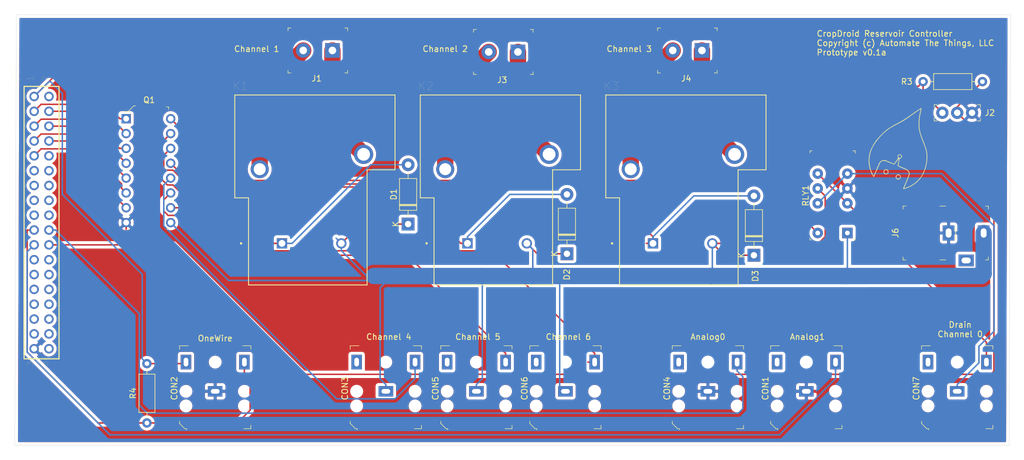
<source format=kicad_pcb>
(kicad_pcb (version 20171130) (host pcbnew 5.1.5-52549c5~84~ubuntu18.04.1)
  (title_block (title "CropDroid Reservoir") (rev v1) (company "Automate The Things, LLC") (comment 3 "License: Proprietary") (comment 4 "Author: Jeremy Hahn"))
  (layers (0 F.Cu signal) (31 B.Cu signal) (34 B.Paste user) (35 F.Paste user) (36 B.SilkS user) (37 F.SilkS user) (38 B.Mask user) (39 F.Mask user) (44 Edge.Cuts user))
  (net 0 "")
  (net 1 "Net-(CON1-Pad3)")
  (net 2 "Net-(CON1-Pad2)")
  (net 3 GND)
  (net 4 "Net-(CON2-Pad2)")
  (net 5 "Net-(CON2-Pad3)")
  (net 6 "Net-(CON3-Pad3)")
  (net 7 "Net-(CON3-Pad2)")
  (net 8 "Net-(CON4-Pad3)")
  (net 9 "Net-(CON4-Pad2)")
  (net 10 "Net-(CON5-Pad2)")
  (net 11 "Net-(CON5-Pad3)")
  (net 12 "Net-(J2-Pad2)")
  (net 13 "Net-(J4-Pad2)")
  (net 14 "Net-(J4-Pad1)")
  (net 15 "Net-(J5-Pad2)")
  (net 16 "Net-(J6-Pad3)")
  (net 17 "Net-(Q1-Pad16)")
  (net 18 "Net-(J3-Pad2)")
  (net 19 +12V)
  (net 20 "Net-(D1-Pad2)")
  (net 21 "Net-(D2-Pad2)")
  (net 22 "Net-(D3-Pad2)")
  (net 23 "Net-(J1-Pad1)")
  (net 24 "Net-(J1-Pad2)")
  (net 25 "Net-(J3-Pad1)")
  (net 26 "Net-(J5-Pad3)")
  (net 27 "Net-(J5-Pad4)")
  (net 28 "Net-(J5-Pad5)")
  (net 29 "Net-(J5-Pad6)")
  (net 30 "Net-(J5-Pad7)")
  (net 31 "Net-(J5-Pad8)")
  (net 32 "Net-(J5-Pad9)")
  (net 33 "Net-(J5-Pad10)")
  (net 34 "Net-(J5-Pad11)")
  (net 35 "Net-(J5-Pad12)")
  (net 36 "Net-(J5-Pad13)")
  (net 37 "Net-(J5-Pad14)")
  (net 38 "Net-(J5-Pad15)")
  (net 39 "Net-(J5-Pad16)")
  (net 40 "Net-(J5-Pad17)")
  (net 41 "Net-(J5-Pad18)")
  (net 42 "Net-(J5-Pad23)")
  (net 43 "Net-(J5-Pad24)")
  (net 44 "Net-(J5-Pad25)")
  (net 45 "Net-(J5-Pad26)")
  (net 46 "Net-(J5-Pad27)")
  (net 47 "Net-(J5-Pad28)")
  (net 48 "Net-(J5-Pad29)")
  (net 49 "Net-(J5-Pad30)")
  (net 50 "Net-(J5-Pad31)")
  (net 51 "Net-(J5-Pad32)")
  (net 52 "Net-(J5-Pad33)")
  (net 53 "Net-(J5-Pad34)")
  (net 54 "Net-(J5-Pad36)")
  (net 55 "Net-(CON6-Pad3)")
  (net 56 "Net-(CON6-Pad2)")
  (net 57 "Net-(CON7-Pad1)")
  (net 58 "Net-(CON7-Pad2)")
  (net 59 "Net-(CON7-Pad3)")
  (module cropdroid_logo:cropdroid_logo (layer F.Cu) (at 214.63 83.82)
    (fp_text reference G*** hide)
    (fp_text value LOGO hide)
  )
  (module Resistor_THT:R_Axial_DIN0207_L6.3mm_D2.5mm_P10.16mm_Horizontal (layer F.Cu) (at 86.106 130.81 90)
    (fp_text reference R4 (at 5.08 -2.37 90) (layer F.SilkS))
    (fp_text value 4.7k)
    (pad 2 thru_hole oval (at 10.16 0 90) (size 1.6 1.6) (drill 0.8) (layers *.Cu *.Mask) (net 5 "Net-(CON2-Pad3)"))
    (pad 1 thru_hole circle (at 0 0 90) (size 1.6 1.6) (drill 0.8) (layers *.Cu *.Mask) (net 4 "Net-(CON2-Pad2)"))
  )
  (module digikey-footprints:Headphone_Jack_3.5mm_SJ1-3523N (layer F.Cu) (at 97.79 120.396 90)
    (fp_text reference CON2 (at -4.5 -7 90) (layer F.SilkS))
    (fp_text value SJ1-3523N)
    (pad 3 thru_hole rect (at 0 -5 90) (size 2.5 1.8) (drill oval 1.5 0.8) (layers *.Cu *.Mask) (net 5 "Net-(CON2-Pad3)"))
    (pad 2 thru_hole rect (at 0 5 90) (size 2.5 1.8) (drill oval 1.5 0.8) (layers *.Cu *.Mask) (net 4 "Net-(CON2-Pad2)"))
    (pad 1 thru_hole rect (at -5 0 90) (size 1.8 2.5) (drill oval 0.8 1.5) (layers *.Cu *.Mask) (net 3 GND))
    (pad "" np_thru_hole circle (at 0 0 90) (size 1.2 1.2) (drill 1.2) (layers *.Cu *.Mask))
    (pad "" np_thru_hole circle (at -5 -5 90) (size 1.2 1.2) (drill 1.2) (layers *.Cu *.Mask))
    (pad "" np_thru_hole circle (at -7.5 -5 90) (size 1.2 1.2) (drill 1.2) (layers *.Cu *.Mask))
    (pad "" np_thru_hole circle (at -5 5 90) (size 1.2 1.2) (drill 1.2) (layers *.Cu *.Mask))
    (pad "" np_thru_hole circle (at -7.5 5 90) (size 1.2 1.2) (drill 1.2) (layers *.Cu *.Mask))
  )
  (module Resistor_THT:R_Axial_DIN0207_L6.3mm_D2.5mm_P10.16mm_Horizontal (layer F.Cu) (at 229.108 72.39 180)
    (fp_text reference R3 (at 12.954 0) (layer F.SilkS))
    (fp_text value 10k)
    (pad 2 thru_hole oval (at 10.16 0 180) (size 1.6 1.6) (drill 0.8) (layers *.Cu *.Mask) (net 5 "Net-(CON2-Pad3)"))
    (pad 1 thru_hole circle (at 0 0 180) (size 1.6 1.6) (drill 0.8) (layers *.Cu *.Mask) (net 12 "Net-(J2-Pad2)"))
  )
  (module digikey-footprints:Headphone_Jack_3.5mm_SJ1-3523N (layer F.Cu) (at 182.118 120.396 90)
    (fp_text reference CON4 (at -4.5 -7 90) (layer F.SilkS))
    (fp_text value SJ1-3523N)
    (pad "" np_thru_hole circle (at -7.5 5 90) (size 1.2 1.2) (drill 1.2) (layers *.Cu *.Mask))
    (pad "" np_thru_hole circle (at -5 5 90) (size 1.2 1.2) (drill 1.2) (layers *.Cu *.Mask))
    (pad "" np_thru_hole circle (at -7.5 -5 90) (size 1.2 1.2) (drill 1.2) (layers *.Cu *.Mask))
    (pad "" np_thru_hole circle (at -5 -5 90) (size 1.2 1.2) (drill 1.2) (layers *.Cu *.Mask))
    (pad "" np_thru_hole circle (at 0 0 90) (size 1.2 1.2) (drill 1.2) (layers *.Cu *.Mask))
    (pad 1 thru_hole rect (at -5 0 90) (size 1.8 2.5) (drill oval 0.8 1.5) (layers *.Cu *.Mask) (net 3 GND))
    (pad 2 thru_hole rect (at 0 5 90) (size 2.5 1.8) (drill oval 1.5 0.8) (layers *.Cu *.Mask) (net 9 "Net-(CON4-Pad2)"))
    (pad 3 thru_hole rect (at 0 -5 90) (size 2.5 1.8) (drill oval 1.5 0.8) (layers *.Cu *.Mask) (net 8 "Net-(CON4-Pad3)"))
  )
  (module digikey-footprints:Headphone_Jack_3.5mm_SJ1-3523N (layer F.Cu) (at 198.962 120.396 90)
    (fp_text reference CON1 (at -4.5 -7 90) (layer F.SilkS))
    (fp_text value SJ1-3523N)
    (pad "" np_thru_hole circle (at -7.5 5 90) (size 1.2 1.2) (drill 1.2) (layers *.Cu *.Mask))
    (pad "" np_thru_hole circle (at -5 5 90) (size 1.2 1.2) (drill 1.2) (layers *.Cu *.Mask))
    (pad "" np_thru_hole circle (at -7.5 -5 90) (size 1.2 1.2) (drill 1.2) (layers *.Cu *.Mask))
    (pad "" np_thru_hole circle (at -5 -5 90) (size 1.2 1.2) (drill 1.2) (layers *.Cu *.Mask))
    (pad "" np_thru_hole circle (at 0 0 90) (size 1.2 1.2) (drill 1.2) (layers *.Cu *.Mask))
    (pad 1 thru_hole rect (at -5 0 90) (size 1.8 2.5) (drill oval 0.8 1.5) (layers *.Cu *.Mask) (net 3 GND))
    (pad 2 thru_hole rect (at 0 5 90) (size 2.5 1.8) (drill oval 1.5 0.8) (layers *.Cu *.Mask) (net 2 "Net-(CON1-Pad2)"))
    (pad 3 thru_hole rect (at 0 -5 90) (size 2.5 1.8) (drill oval 1.5 0.8) (layers *.Cu *.Mask) (net 1 "Net-(CON1-Pad3)"))
  )
  (module Diode_THT:D_DO-41_SOD81_P10.16mm_Horizontal (layer F.Cu) (at 189.992 102.108 90)
    (fp_text reference D3 (at -3.556 0.254 90) (layer F.SilkS))
    (fp_text value 1N4001)
    (fp_text user K (at 0 -2.1 90) (layer F.SilkS))
    (pad 2 thru_hole oval (at 10.16 0 90) (size 2.2 2.2) (drill 1.1) (layers *.Cu *.Mask) (net 22 "Net-(D3-Pad2)"))
    (pad 1 thru_hole rect (at 0 0 90) (size 2.2 2.2) (drill 1.1) (layers *.Cu *.Mask) (net 19 +12V))
  )
  (module Diode_THT:D_DO-41_SOD81_P10.16mm_Horizontal (layer F.Cu) (at 157.988 101.854 90)
    (fp_text reference D2 (at -3.556 0 90) (layer F.SilkS))
    (fp_text value 1N4001)
    (fp_text user K (at 0 -2.1 90) (layer F.SilkS))
    (pad 2 thru_hole oval (at 10.16 0 90) (size 2.2 2.2) (drill 1.1) (layers *.Cu *.Mask) (net 21 "Net-(D2-Pad2)"))
    (pad 1 thru_hole rect (at 0 0 90) (size 2.2 2.2) (drill 1.1) (layers *.Cu *.Mask) (net 19 +12V))
  )
  (module Diode_THT:D_DO-41_SOD81_P10.16mm_Horizontal (layer F.Cu) (at 130.81 96.774 90)
    (fp_text reference D1 (at 5.08 -2.47 90) (layer F.SilkS))
    (fp_text value 1N4001)
    (fp_text user K (at 0 -2.1 90) (layer F.SilkS))
    (pad 2 thru_hole oval (at 10.16 0 90) (size 2.2 2.2) (drill 1.1) (layers *.Cu *.Mask) (net 20 "Net-(D1-Pad2)"))
    (pad 1 thru_hole rect (at 0 0 90) (size 2.2 2.2) (drill 1.1) (layers *.Cu *.Mask) (net 19 +12V))
  )
  (module digikey-footprints:Term_Block_1x2_P5mm (layer F.Cu) (at 117.856 67.056 180)
    (fp_text reference J1 (at 2.7 -4.8) (layer F.SilkS))
    (fp_text value OSTTC020162)
    (pad 1 thru_hole rect (at 0 0 180) (size 2.5 2.5) (drill 1.3) (layers *.Cu *.Mask) (net 23 "Net-(J1-Pad1)"))
    (pad 2 thru_hole circle (at 5 0 180) (size 2.5 2.5) (drill 1.3) (layers *.Cu *.Mask) (net 24 "Net-(J1-Pad2)"))
  )
  (module digikey-footprints:Headphone_Jack_3.5mm_SJ1-3523N (layer F.Cu) (at 127 120.396 90)
    (fp_text reference CON3 (at -4.5 -7 90) (layer F.SilkS))
    (fp_text value SJ1-3523N)
    (pad "" np_thru_hole circle (at -7.5 5 90) (size 1.2 1.2) (drill 1.2) (layers *.Cu *.Mask))
    (pad "" np_thru_hole circle (at -5 5 90) (size 1.2 1.2) (drill 1.2) (layers *.Cu *.Mask))
    (pad "" np_thru_hole circle (at -7.5 -5 90) (size 1.2 1.2) (drill 1.2) (layers *.Cu *.Mask))
    (pad "" np_thru_hole circle (at -5 -5 90) (size 1.2 1.2) (drill 1.2) (layers *.Cu *.Mask))
    (pad "" np_thru_hole circle (at 0 0 90) (size 1.2 1.2) (drill 1.2) (layers *.Cu *.Mask))
    (pad 1 thru_hole rect (at -5 0 90) (size 1.8 2.5) (drill oval 0.8 1.5) (layers *.Cu *.Mask) (net 19 +12V))
    (pad 2 thru_hole rect (at 0 5 90) (size 2.5 1.8) (drill oval 1.5 0.8) (layers *.Cu *.Mask) (net 7 "Net-(CON3-Pad2)"))
    (pad 3 thru_hole rect (at 0 -5 90) (size 2.5 1.8) (drill oval 1.5 0.8) (layers *.Cu *.Mask) (net 6 "Net-(CON3-Pad3)"))
  )
  (module digikey-footprints:Headphone_Jack_3.5mm_SJ1-3523N (layer F.Cu) (at 142.494 120.396 90)
    (fp_text reference CON5 (at -4.5 -7 90) (layer F.SilkS))
    (fp_text value SJ1-3523N)
    (pad 3 thru_hole rect (at 0 -5 90) (size 2.5 1.8) (drill oval 1.5 0.8) (layers *.Cu *.Mask) (net 11 "Net-(CON5-Pad3)"))
    (pad 2 thru_hole rect (at 0 5 90) (size 2.5 1.8) (drill oval 1.5 0.8) (layers *.Cu *.Mask) (net 10 "Net-(CON5-Pad2)"))
    (pad 1 thru_hole rect (at -5 0 90) (size 1.8 2.5) (drill oval 0.8 1.5) (layers *.Cu *.Mask) (net 19 +12V))
    (pad "" np_thru_hole circle (at 0 0 90) (size 1.2 1.2) (drill 1.2) (layers *.Cu *.Mask))
    (pad "" np_thru_hole circle (at -5 -5 90) (size 1.2 1.2) (drill 1.2) (layers *.Cu *.Mask))
    (pad "" np_thru_hole circle (at -7.5 -5 90) (size 1.2 1.2) (drill 1.2) (layers *.Cu *.Mask))
    (pad "" np_thru_hole circle (at -5 5 90) (size 1.2 1.2) (drill 1.2) (layers *.Cu *.Mask))
    (pad "" np_thru_hole circle (at -7.5 5 90) (size 1.2 1.2) (drill 1.2) (layers *.Cu *.Mask))
  )
  (module digikey-footprints:Headphone_Jack_3.5mm_SJ1-3523N (layer F.Cu) (at 157.734 120.396 90)
    (fp_text reference CON6 (at -4.5 -7 90) (layer F.SilkS))
    (fp_text value SJ1-3523N)
    (pad 3 thru_hole rect (at 0 -5 90) (size 2.5 1.8) (drill oval 1.5 0.8) (layers *.Cu *.Mask) (net 55 "Net-(CON6-Pad3)"))
    (pad 2 thru_hole rect (at 0 5 90) (size 2.5 1.8) (drill oval 1.5 0.8) (layers *.Cu *.Mask) (net 56 "Net-(CON6-Pad2)"))
    (pad 1 thru_hole rect (at -5 0 90) (size 1.8 2.5) (drill oval 0.8 1.5) (layers *.Cu *.Mask) (net 19 +12V))
    (pad "" np_thru_hole circle (at 0 0 90) (size 1.2 1.2) (drill 1.2) (layers *.Cu *.Mask))
    (pad "" np_thru_hole circle (at -5 -5 90) (size 1.2 1.2) (drill 1.2) (layers *.Cu *.Mask))
    (pad "" np_thru_hole circle (at -7.5 -5 90) (size 1.2 1.2) (drill 1.2) (layers *.Cu *.Mask))
    (pad "" np_thru_hole circle (at -5 5 90) (size 1.2 1.2) (drill 1.2) (layers *.Cu *.Mask))
    (pad "" np_thru_hole circle (at -7.5 5 90) (size 1.2 1.2) (drill 1.2) (layers *.Cu *.Mask))
  )
  (module digikey-footprints:Headphone_Jack_3.5mm_SJ1-3523N (layer F.Cu) (at 224.79 120.396 90)
    (fp_text reference CON7 (at -4.5 -7 90) (layer F.SilkS))
    (fp_text value SJ1-3523N)
    (pad "" np_thru_hole circle (at -7.5 5 90) (size 1.2 1.2) (drill 1.2) (layers *.Cu *.Mask))
    (pad "" np_thru_hole circle (at -5 5 90) (size 1.2 1.2) (drill 1.2) (layers *.Cu *.Mask))
    (pad "" np_thru_hole circle (at -7.5 -5 90) (size 1.2 1.2) (drill 1.2) (layers *.Cu *.Mask))
    (pad "" np_thru_hole circle (at -5 -5 90) (size 1.2 1.2) (drill 1.2) (layers *.Cu *.Mask))
    (pad "" np_thru_hole circle (at 0 0 90) (size 1.2 1.2) (drill 1.2) (layers *.Cu *.Mask))
    (pad 1 thru_hole rect (at -5 0 90) (size 1.8 2.5) (drill oval 0.8 1.5) (layers *.Cu *.Mask) (net 57 "Net-(CON7-Pad1)"))
    (pad 2 thru_hole rect (at 0 5 90) (size 2.5 1.8) (drill oval 1.5 0.8) (layers *.Cu *.Mask) (net 58 "Net-(CON7-Pad2)"))
    (pad 3 thru_hole rect (at 0 -5 90) (size 2.5 1.8) (drill oval 1.5 0.8) (layers *.Cu *.Mask) (net 59 "Net-(CON7-Pad3)"))
  )
  (module digikey-footprints:PinHeader_1x3_P2.54_Drill1.1mm (layer F.Cu) (at 222.25 77.724)
    (fp_text reference J2 (at 8.128 0) (layer F.SilkS))
    (fp_text value 640456-3)
    (pad 1 thru_hole circle (at 0 0) (size 2.1 2.1) (drill 1.1) (layers *.Cu *.Mask) (net 5 "Net-(CON2-Pad3)"))
    (pad 2 thru_hole circle (at 2.54 0) (size 2.1 2.1) (drill 1.1) (layers *.Cu *.Mask) (net 12 "Net-(J2-Pad2)"))
    (pad 3 thru_hole circle (at 5.08 0) (size 2.1 2.1) (drill 1.1) (layers *.Cu *.Mask) (net 3 GND))
  )
  (module digikey-footprints:Term_Block_1x2_P5mm (layer F.Cu) (at 149.606 67.31 180)
    (fp_text reference J3 (at 2.7 -4.8) (layer F.SilkS))
    (fp_text value OSTTC020162)
    (pad 2 thru_hole circle (at 5 0 180) (size 2.5 2.5) (drill 1.3) (layers *.Cu *.Mask) (net 18 "Net-(J3-Pad2)"))
    (pad 1 thru_hole rect (at 0 0 180) (size 2.5 2.5) (drill 1.3) (layers *.Cu *.Mask) (net 25 "Net-(J3-Pad1)"))
  )
  (module digikey-footprints:Term_Block_1x2_P5mm (layer F.Cu) (at 181.102 67.056 180)
    (fp_text reference J4 (at 2.7 -4.8) (layer F.SilkS))
    (fp_text value OSTTC020162)
    (pad 1 thru_hole rect (at 0 0 180) (size 2.5 2.5) (drill 1.3) (layers *.Cu *.Mask) (net 14 "Net-(J4-Pad1)"))
    (pad 2 thru_hole circle (at 5 0 180) (size 2.5 2.5) (drill 1.3) (layers *.Cu *.Mask) (net 13 "Net-(J4-Pad2)"))
  )
  (module SAMTEC-MTSW-118-10-X-D-640:SAMTEC-MTSW-118-10-X-D-640 (layer F.Cu) (at 68.072 96.52 270)
    (fp_text reference J5 (at -25.3785 4.39951 90) (layer F.SilkS) (effects (font (size 1.5 1.5) (thickness 0.015))))
    (fp_text value SAMTEC-MTSW-118-10-X-D-640)
    (fp_text user 1 (at -24.68 1.905 90) (layer F.SilkS) (effects (font (thickness 0.015))))
    (fp_text user 2 (at -24.68 -0.635 90) (layer F.SilkS) (effects (font (thickness 0.015))))
    (fp_text user 35 (at 23.651 1.905 90) (layer F.SilkS) (effects (font (thickness 0.015))))
    (fp_text user 36 (at 23.651 -0.635 90) (layer F.SilkS) (effects (font (thickness 0.015))))
    (pad 1 thru_hole circle (at -21.59 1.27 270) (size 1.62001 1.62001) (drill 1.01999) (layers *.Cu) (net 5 "Net-(CON2-Pad3)"))
    (pad 2 thru_hole circle (at -21.59 -1.27 270) (size 1.62001 1.62001) (drill 1.01999) (layers *.Cu) (net 15 "Net-(J5-Pad2)"))
    (pad 3 thru_hole circle (at -19.05 1.27 270) (size 1.62001 1.62001) (drill 1.01999) (layers *.Cu) (net 26 "Net-(J5-Pad3)"))
    (pad 4 thru_hole circle (at -19.05 -1.27 270) (size 1.62001 1.62001) (drill 1.01999) (layers *.Cu) (net 27 "Net-(J5-Pad4)"))
    (pad 5 thru_hole circle (at -16.51 1.27 270) (size 1.62001 1.62001) (drill 1.01999) (layers *.Cu) (net 28 "Net-(J5-Pad5)"))
    (pad 6 thru_hole circle (at -16.51 -1.27 270) (size 1.62001 1.62001) (drill 1.01999) (layers *.Cu) (net 29 "Net-(J5-Pad6)"))
    (pad 7 thru_hole circle (at -13.97 1.27 270) (size 1.62001 1.62001) (drill 1.01999) (layers *.Cu) (net 30 "Net-(J5-Pad7)"))
    (pad 8 thru_hole circle (at -13.97 -1.27 270) (size 1.62001 1.62001) (drill 1.01999) (layers *.Cu) (net 31 "Net-(J5-Pad8)"))
    (pad 9 thru_hole circle (at -11.43 1.27 270) (size 1.62001 1.62001) (drill 1.01999) (layers *.Cu) (net 32 "Net-(J5-Pad9)"))
    (pad 10 thru_hole circle (at -11.43 -1.27 270) (size 1.62001 1.62001) (drill 1.01999) (layers *.Cu) (net 33 "Net-(J5-Pad10)"))
    (pad 11 thru_hole circle (at -8.89 1.27 270) (size 1.62001 1.62001) (drill 1.01999) (layers *.Cu) (net 34 "Net-(J5-Pad11)"))
    (pad 12 thru_hole circle (at -8.89 -1.27 270) (size 1.62001 1.62001) (drill 1.01999) (layers *.Cu) (net 35 "Net-(J5-Pad12)"))
    (pad 13 thru_hole circle (at -6.35 1.27 270) (size 1.62001 1.62001) (drill 1.01999) (layers *.Cu) (net 36 "Net-(J5-Pad13)"))
    (pad 14 thru_hole circle (at -6.35 -1.27 270) (size 1.62001 1.62001) (drill 1.01999) (layers *.Cu) (net 37 "Net-(J5-Pad14)"))
    (pad 15 thru_hole circle (at -3.81 1.27 270) (size 1.62001 1.62001) (drill 1.01999) (layers *.Cu) (net 38 "Net-(J5-Pad15)"))
    (pad 16 thru_hole circle (at -3.81 -1.27 270) (size 1.62001 1.62001) (drill 1.01999) (layers *.Cu) (net 39 "Net-(J5-Pad16)"))
    (pad 17 thru_hole circle (at -1.27 1.27 270) (size 1.62001 1.62001) (drill 1.01999) (layers *.Cu) (net 40 "Net-(J5-Pad17)"))
    (pad 18 thru_hole circle (at -1.27 -1.27 270) (size 1.62001 1.62001) (drill 1.01999) (layers *.Cu) (net 41 "Net-(J5-Pad18)"))
    (pad 19 thru_hole circle (at 1.27 1.27 270) (size 1.62001 1.62001) (drill 1.01999) (layers *.Cu) (net 4 "Net-(CON2-Pad2)"))
    (pad 20 thru_hole circle (at 1.27 -1.27 270) (size 1.62001 1.62001) (drill 1.01999) (layers *.Cu) (net 9 "Net-(CON4-Pad2)"))
    (pad 21 thru_hole circle (at 3.81 1.27 270) (size 1.62001 1.62001) (drill 1.01999) (layers *.Cu) (net 2 "Net-(CON1-Pad2)"))
    (pad 22 thru_hole circle (at 3.81 -1.27 270) (size 1.62001 1.62001) (drill 1.01999) (layers *.Cu) (net 12 "Net-(J2-Pad2)"))
    (pad 23 thru_hole circle (at 6.35 1.27 270) (size 1.62001 1.62001) (drill 1.01999) (layers *.Cu) (net 42 "Net-(J5-Pad23)"))
    (pad 24 thru_hole circle (at 6.35 -1.27 270) (size 1.62001 1.62001) (drill 1.01999) (layers *.Cu) (net 43 "Net-(J5-Pad24)"))
    (pad 25 thru_hole circle (at 8.89 1.27 270) (size 1.62001 1.62001) (drill 1.01999) (layers *.Cu) (net 44 "Net-(J5-Pad25)"))
    (pad 26 thru_hole circle (at 8.89 -1.27 270) (size 1.62001 1.62001) (drill 1.01999) (layers *.Cu) (net 45 "Net-(J5-Pad26)"))
    (pad 27 thru_hole circle (at 11.43 1.27 270) (size 1.62001 1.62001) (drill 1.01999) (layers *.Cu) (net 46 "Net-(J5-Pad27)"))
    (pad 28 thru_hole circle (at 11.43 -1.27 270) (size 1.62001 1.62001) (drill 1.01999) (layers *.Cu) (net 47 "Net-(J5-Pad28)"))
    (pad 29 thru_hole circle (at 13.97 1.27 270) (size 1.62001 1.62001) (drill 1.01999) (layers *.Cu) (net 48 "Net-(J5-Pad29)"))
    (pad 30 thru_hole circle (at 13.97 -1.27 270) (size 1.62001 1.62001) (drill 1.01999) (layers *.Cu) (net 49 "Net-(J5-Pad30)"))
    (pad 31 thru_hole circle (at 16.51 1.27 270) (size 1.62001 1.62001) (drill 1.01999) (layers *.Cu) (net 50 "Net-(J5-Pad31)"))
    (pad 32 thru_hole circle (at 16.51 -1.27 270) (size 1.62001 1.62001) (drill 1.01999) (layers *.Cu) (net 51 "Net-(J5-Pad32)"))
    (pad 33 thru_hole circle (at 19.05 1.27 270) (size 1.62001 1.62001) (drill 1.01999) (layers *.Cu) (net 52 "Net-(J5-Pad33)"))
    (pad 34 thru_hole circle (at 19.05 -1.27 270) (size 1.62001 1.62001) (drill 1.01999) (layers *.Cu) (net 53 "Net-(J5-Pad34)"))
    (pad 35 thru_hole circle (at 21.59 1.27 270) (size 1.62001 1.62001) (drill 1.01999) (layers *.Cu) (net 3 GND))
    (pad 36 thru_hole circle (at 21.59 -1.27 270) (size 1.62001 1.62001) (drill 1.01999) (layers *.Cu) (net 54 "Net-(J5-Pad36)"))
  )
  (module digikey-footprints:Barrel_Jack_5.5mmODx2.1mmID_PJ-102A (layer F.Cu) (at 226.314 98.298 90)
    (fp_text reference J6 (at 0 -12.1 90) (layer F.SilkS))
    (fp_text value PJ-102A)
    (pad 3 thru_hole rect (at -4.7 0 90) (size 2 2.6) (drill oval 1 1.6) (layers *.Cu *.Mask) (net 16 "Net-(J6-Pad3)"))
    (pad 1 thru_hole rect (at 0 3 90) (size 2.6 2) (drill oval 1.6 1) (layers *.Cu *.Mask) (net 19 +12V))
    (pad 2 thru_hole rect (at 0 -3 90) (size 2.6 2) (drill oval 1.6 1) (layers *.Cu *.Mask) (net 3 GND))
  )
  (module T9AS1D12-15:RELAY_T9AS1D12-15 (layer F.Cu) (at 109.22 100.076)
    (fp_text reference K1 (at -7.112 -26.924) (layer F.SilkS) (effects (font (size 1.395488 1.395488) (thickness 0.015))))
    (fp_text value T9AS1D12-15)
    (pad 2 thru_hole circle (at 10.16 0) (size 1.76 1.76) (drill 1.17) (layers *.Cu *.Mask) (net 19 +12V))
    (pad 1 thru_hole rect (at 0 0) (size 1.76 1.76) (drill 1.17) (layers *.Cu *.Mask) (net 20 "Net-(D1-Pad2)"))
    (pad 3 thru_hole circle (at -3.81 -12.7) (size 3.09 3.09) (drill 2.06) (layers *.Cu *.Mask) (net 24 "Net-(J1-Pad2)"))
    (pad 4 thru_hole circle (at 13.97 -15.24) (size 3.29 3.29) (drill 2.19) (layers *.Cu *.Mask) (net 23 "Net-(J1-Pad1)"))
  )
  (module T9AS1D12-15:RELAY_T9AS1D12-15 (layer F.Cu) (at 140.97 100.076)
    (fp_text reference K2 (at -7.112 -26.924) (layer F.SilkS) (effects (font (size 1.395488 1.395488) (thickness 0.015))))
    (fp_text value T9AS1D12-15)
    (pad 4 thru_hole circle (at 13.97 -15.24) (size 3.29 3.29) (drill 2.19) (layers *.Cu *.Mask) (net 25 "Net-(J3-Pad1)"))
    (pad 3 thru_hole circle (at -3.81 -12.7) (size 3.09 3.09) (drill 2.06) (layers *.Cu *.Mask) (net 18 "Net-(J3-Pad2)"))
    (pad 1 thru_hole rect (at 0 0) (size 1.76 1.76) (drill 1.17) (layers *.Cu *.Mask) (net 21 "Net-(D2-Pad2)"))
    (pad 2 thru_hole circle (at 10.16 0) (size 1.76 1.76) (drill 1.17) (layers *.Cu *.Mask) (net 19 +12V))
  )
  (module T9AS1D12-15:RELAY_T9AS1D12-15 (layer F.Cu) (at 172.72 100.076)
    (fp_text reference K3 (at -7.112 -26.924) (layer F.SilkS) (effects (font (size 1.395488 1.395488) (thickness 0.015))))
    (fp_text value T9AS1D12-15)
    (pad 2 thru_hole circle (at 10.16 0) (size 1.76 1.76) (drill 1.17) (layers *.Cu *.Mask) (net 19 +12V))
    (pad 1 thru_hole rect (at 0 0) (size 1.76 1.76) (drill 1.17) (layers *.Cu *.Mask) (net 22 "Net-(D3-Pad2)"))
    (pad 3 thru_hole circle (at -3.81 -12.7) (size 3.09 3.09) (drill 2.06) (layers *.Cu *.Mask) (net 13 "Net-(J4-Pad2)"))
    (pad 4 thru_hole circle (at 13.97 -15.24) (size 3.29 3.29) (drill 2.19) (layers *.Cu *.Mask) (net 14 "Net-(J4-Pad1)"))
  )
  (module digikey-footprints:DIP-16_W7.62mm (layer F.Cu) (at 82.55 78.74)
    (fp_text reference Q1 (at 3.94 -3.2) (layer F.SilkS))
    (fp_text value ULN2003AN)
    (pad 1 thru_hole rect (at 0 0) (size 1.6 1.6) (drill 1) (layers *.Cu *.Mask) (net 26 "Net-(J5-Pad3)"))
    (pad 2 thru_hole circle (at 0 2.54) (size 1.6 1.6) (drill 1) (layers *.Cu *.Mask) (net 27 "Net-(J5-Pad4)"))
    (pad 3 thru_hole circle (at 0 5.08) (size 1.6 1.6) (drill 1) (layers *.Cu *.Mask) (net 28 "Net-(J5-Pad5)"))
    (pad 4 thru_hole circle (at 0 7.62) (size 1.6 1.6) (drill 1) (layers *.Cu *.Mask) (net 29 "Net-(J5-Pad6)"))
    (pad 5 thru_hole circle (at 0 10.16) (size 1.6 1.6) (drill 1) (layers *.Cu *.Mask) (net 30 "Net-(J5-Pad7)"))
    (pad 6 thru_hole circle (at 0 12.7) (size 1.6 1.6) (drill 1) (layers *.Cu *.Mask) (net 31 "Net-(J5-Pad8)"))
    (pad 7 thru_hole circle (at 0 15.24) (size 1.6 1.6) (drill 1) (layers *.Cu *.Mask) (net 32 "Net-(J5-Pad9)"))
    (pad 10 thru_hole circle (at 7.62 15.24) (size 1.6 1.6) (drill 1) (layers *.Cu *.Mask) (net 56 "Net-(CON6-Pad2)"))
    (pad 11 thru_hole circle (at 7.62 12.7) (size 1.6 1.6) (drill 1) (layers *.Cu *.Mask) (net 10 "Net-(CON5-Pad2)"))
    (pad 12 thru_hole circle (at 7.62 10.16) (size 1.6 1.6) (drill 1) (layers *.Cu *.Mask) (net 7 "Net-(CON3-Pad2)"))
    (pad 13 thru_hole circle (at 7.62 7.62) (size 1.6 1.6) (drill 1) (layers *.Cu *.Mask) (net 22 "Net-(D3-Pad2)"))
    (pad 14 thru_hole circle (at 7.62 5.08) (size 1.6 1.6) (drill 1) (layers *.Cu *.Mask) (net 21 "Net-(D2-Pad2)"))
    (pad 15 thru_hole circle (at 7.62 2.54) (size 1.6 1.6) (drill 1) (layers *.Cu *.Mask) (net 20 "Net-(D1-Pad2)"))
    (pad 16 thru_hole circle (at 7.62 0) (size 1.6 1.6) (drill 1) (layers *.Cu *.Mask) (net 17 "Net-(Q1-Pad16)"))
    (pad 8 thru_hole circle (at 0 17.78) (size 1.6 1.6) (drill 1) (layers *.Cu *.Mask) (net 3 GND))
    (pad 9 thru_hole circle (at 7.62 17.78) (size 1.6 1.6) (drill 1) (layers *.Cu *.Mask) (net 19 +12V))
  )
  (module digikey-footprints:Relay_THT_EC2 (layer F.Cu) (at 200.914 98.298 90)
    (fp_text reference RLY1 (at 6.4 -2.075 90) (layer F.SilkS))
    (fp_text value EC2-12NU)
    (pad 12 thru_hole circle (at 0 0 90) (size 1.8 1.8) (drill 0.8) (layers *.Cu *.Mask) (net 17 "Net-(Q1-Pad16)"))
    (pad 10 thru_hole circle (at 5.08 0 90) (size 1.8 1.8) (drill 0.8) (layers *.Cu *.Mask) (net 57 "Net-(CON7-Pad1)"))
    (pad 9 thru_hole circle (at 7.62 0 90) (size 1.8 1.8) (drill 0.8) (layers *.Cu *.Mask) (net 19 +12V))
    (pad 8 thru_hole circle (at 10.16 0 90) (size 1.8 1.8) (drill 0.8) (layers *.Cu *.Mask) (net 58 "Net-(CON7-Pad2)"))
    (pad 5 thru_hole circle (at 10.16 5.08 90) (size 1.8 1.8) (drill 0.8) (layers *.Cu *.Mask) (net 57 "Net-(CON7-Pad1)"))
    (pad 4 thru_hole circle (at 7.62 5.08 90) (size 1.8 1.8) (drill 0.8) (layers *.Cu *.Mask) (net 3 GND))
    (pad 3 thru_hole circle (at 5.08 5.08 90) (size 1.8 1.8) (drill 0.8) (layers *.Cu *.Mask) (net 58 "Net-(CON7-Pad2)"))
    (pad 1 thru_hole rect (at 0 5.08 90) (size 1.8 1.8) (drill 0.8) (layers *.Cu *.Mask) (net 19 +12V))
  )
  (gr_text Analog1 (at 199.136 116.078) (layer F.SilkS) (effects (font (size 1 1))))
  (gr_text Analog0 (at 182.118 116.078) (layer F.SilkS) (effects (font (size 1 1))))
  (gr_text "Channel 6" (at 158.242 116.078) (layer F.SilkS) (effects (font (size 1 1))))
  (gr_text "Channel 5" (at 142.748 116.078) (layer F.SilkS) (effects (font (size 1 1))))
  (gr_text "Channel 3" (at 168.656 66.802) (layer F.SilkS) (effects (font (size 1 1))))
  (gr_text "Channel 2" (at 137.16 66.802) (layer F.SilkS) (effects (font (size 1 1))))
  (gr_text "Channel 1" (at 104.902 66.802) (layer F.SilkS) (effects (font (size 1 1))))
  (gr_text "Channel 4" (at 127.508 116.078) (layer F.SilkS) (effects (font (size 1 1))))
  (gr_text "Drain\nChannel 0" (at 225.298 114.808) (layer F.SilkS) (effects (font (size 1 1))))
  (gr_text OneWire (at 97.79 116.332) (layer F.SilkS) (effects (font (size 1 1))))
  (gr_text "CropDroid Reservoir Controller\nCopyright (c) Automate The Things, LLC\nPrototype v0.1a" (at 200.66 65.786) (layer F.SilkS) (effects (font (size 1 1)) (justify left)))
  (gr_line (start 63.754 60.96) (end 63.5 134.62) (layer Edge.Cuts) (width 0.05))
  (gr_line (start 233.68 134.62) (end 233.934 60.96) (layer Edge.Cuts) (width 0.05))
  (gr_line (start 63.5 134.62) (end 233.68 134.62) (layer Edge.Cuts) (width 0.05))
  (gr_line (start 233.934 60.96) (end 63.754 60.96) (layer Edge.Cuts) (width 0.05))
  (segment (start 203.962 120.476) (end 203.962 121.98) (width 0.254) (layer F.Cu) (net 2))
  (segment (start 203.962 121.98) (end 203.962 120.476) (width 0.254) (layer B.Cu) (net 2))
  (segment (start 203.962 123.231802) (end 194.351802 132.842) (width 0.254) (layer B.Cu) (net 2))
  (segment (start 203.962 120.396) (end 203.962 123.231802) (width 0.254) (layer B.Cu) (net 2))
  (segment (start 65.991996 101.140004) (end 66.802 100.33) (width 0.254) (layer B.Cu) (net 2))
  (segment (start 65.610994 101.521006) (end 65.991996 101.140004) (width 0.254) (layer B.Cu) (net 2))
  (segment (start 65.610994 118.681684) (end 65.610994 101.521006) (width 0.254) (layer B.Cu) (net 2))
  (segment (start 79.77131 132.842) (end 65.610994 118.681684) (width 0.254) (layer B.Cu) (net 2))
  (segment (start 194.351802 132.842) (end 79.77131 132.842) (width 0.254) (layer B.Cu) (net 2))
  (segment (start 223.314 98.298) (end 221.996 98.298) (width 0.254) (layer F.Cu) (net 3))
  (segment (start 66.802 118.11) (end 67.056 117.856) (width 0.254) (layer F.Cu) (net 3))
  (segment (start 82.55 97.65137) (end 82.55 96.52) (width 0.254) (layer F.Cu) (net 3))
  (segment (start 224.568 98.298) (end 223.314 98.298) (width 0.254) (layer F.Cu) (net 3))
  (segment (start 223.314 96.744) (end 223.314 98.298) (width 0.254) (layer F.Cu) (net 3))
  (segment (start 102.79 122.154) (end 102.79 120.65) (width 0.254) (layer F.Cu) (net 4))
  (segment (start 103.771001 128.620881) (end 103.771001 123.135001) (width 0.254) (layer F.Cu) (net 4))
  (segment (start 103.771001 123.135001) (end 102.79 122.154) (width 0.254) (layer F.Cu) (net 4))
  (segment (start 101.581882 130.81) (end 103.771001 128.620881) (width 0.254) (layer F.Cu) (net 4))
  (segment (start 86.106 130.81) (end 101.581882 130.81) (width 0.254) (layer F.Cu) (net 4))
  (segment (start 84.97463 130.81) (end 86.106 130.81) (width 0.254) (layer F.Cu) (net 4))
  (segment (start 65.610994 118.681684) (end 77.73931 130.81) (width 0.254) (layer F.Cu) (net 4))
  (segment (start 77.73931 130.81) (end 84.97463 130.81) (width 0.254) (layer F.Cu) (net 4))
  (segment (start 65.610994 97.835486) (end 65.610994 118.681684) (width 0.254) (layer F.Cu) (net 4))
  (segment (start 65.65648 97.79) (end 65.610994 97.835486) (width 0.254) (layer F.Cu) (net 4))
  (segment (start 66.802 97.79) (end 65.65648 97.79) (width 0.254) (layer F.Cu) (net 4))
  (segment (start 218.148001 73.189999) (end 200.189999 73.189999) (width 0.254) (layer F.Cu) (net 5))
  (segment (start 218.948 72.39) (end 218.148001 73.189999) (width 0.254) (layer F.Cu) (net 5))
  (segment (start 200.189999 73.189999) (end 191.008 64.008) (width 0.254) (layer F.Cu) (net 5))
  (segment (start 77.724 64.008) (end 66.802 74.93) (width 0.254) (layer F.Cu) (net 5))
  (segment (start 191.008 64.008) (end 77.724 64.008) (width 0.254) (layer F.Cu) (net 5))
  (segment (start 218.948 74.422) (end 222.25 77.724) (width 0.254) (layer F.Cu) (net 5))
  (segment (start 218.948 72.39) (end 218.948 74.422) (width 0.254) (layer F.Cu) (net 5))
  (segment (start 69.342 72.39) (end 66.802 74.93) (width 0.254) (layer B.Cu) (net 5))
  (segment (start 85.306001 119.850001) (end 85.306001 105.372001) (width 0.254) (layer B.Cu) (net 5))
  (segment (start 85.306001 105.372001) (end 71.628 91.694) (width 0.254) (layer B.Cu) (net 5))
  (segment (start 71.628 91.694) (end 71.628 74.422) (width 0.254) (layer B.Cu) (net 5))
  (segment (start 86.106 120.65) (end 85.306001 119.850001) (width 0.254) (layer B.Cu) (net 5))
  (segment (start 71.628 74.422) (end 69.596 72.39) (width 0.254) (layer B.Cu) (net 5))
  (segment (start 69.596 72.39) (end 69.342 72.39) (width 0.254) (layer B.Cu) (net 5))
  (segment (start 86.106 120.65) (end 92.79 120.65) (width 0.254) (layer F.Cu) (net 5))
  (segment (start 88.988999 90.081001) (end 89.370001 89.699999) (width 0.254) (layer B.Cu) (net 7))
  (segment (start 118.579119 126.677001) (end 88.988999 97.086881) (width 0.254) (layer B.Cu) (net 7))
  (segment (start 128.554801 126.677001) (end 118.579119 126.677001) (width 0.254) (layer B.Cu) (net 7))
  (segment (start 89.370001 89.699999) (end 90.17 88.9) (width 0.254) (layer B.Cu) (net 7))
  (segment (start 88.988999 97.086881) (end 88.988999 90.081001) (width 0.254) (layer B.Cu) (net 7))
  (segment (start 132 123.231802) (end 128.554801 126.677001) (width 0.254) (layer B.Cu) (net 7))
  (segment (start 132 120.396) (end 132 123.231802) (width 0.254) (layer B.Cu) (net 7))
  (segment (start 188.099001 128.366881) (end 188.099001 122.881001) (width 0.254) (layer B.Cu) (net 9))
  (segment (start 187.334881 129.131001) (end 188.099001 128.366881) (width 0.254) (layer B.Cu) (net 9))
  (segment (start 187.118 121.9) (end 187.118 120.396) (width 0.254) (layer B.Cu) (net 9))
  (segment (start 86.174883 129.131001) (end 187.334881 129.131001) (width 0.254) (layer B.Cu) (net 9))
  (segment (start 84.797991 127.754109) (end 86.174883 129.131001) (width 0.254) (layer B.Cu) (net 9))
  (segment (start 84.797991 112.100471) (end 84.797991 127.754109) (width 0.254) (layer B.Cu) (net 9))
  (segment (start 70.48752 97.79) (end 84.797991 112.100471) (width 0.254) (layer B.Cu) (net 9))
  (segment (start 188.099001 122.881001) (end 187.118 121.9) (width 0.254) (layer B.Cu) (net 9))
  (segment (start 69.342 97.79) (end 70.48752 97.79) (width 0.254) (layer B.Cu) (net 9))
  (segment (start 147.494 118.892) (end 130.71 102.108) (width 0.254) (layer F.Cu) (net 10))
  (segment (start 147.494 120.396) (end 147.494 118.892) (width 0.254) (layer F.Cu) (net 10))
  (segment (start 89.370001 92.239999) (end 90.17 91.44) (width 0.254) (layer F.Cu) (net 10))
  (segment (start 88.988999 92.621001) (end 89.370001 92.239999) (width 0.254) (layer F.Cu) (net 10))
  (segment (start 88.988999 94.546881) (end 88.988999 92.621001) (width 0.254) (layer F.Cu) (net 10))
  (segment (start 89.730126 95.288008) (end 88.988999 94.546881) (width 0.254) (layer F.Cu) (net 10))
  (segment (start 92.748008 95.288008) (end 89.730126 95.288008) (width 0.254) (layer F.Cu) (net 10))
  (segment (start 99.568 102.108) (end 92.748008 95.288008) (width 0.254) (layer F.Cu) (net 10))
  (segment (start 130.71 102.108) (end 99.568 102.108) (width 0.254) (layer F.Cu) (net 10))
  (segment (start 224.79 76.708) (end 224.79 77.724) (width 0.254) (layer F.Cu) (net 12))
  (segment (start 229.108 72.39) (end 224.79 76.708) (width 0.254) (layer F.Cu) (net 12))
  (segment (start 70.48752 100.33) (end 69.342 100.33) (width 0.254) (layer F.Cu) (net 12))
  (segment (start 90.639802 100.33) (end 70.48752 100.33) (width 0.254) (layer F.Cu) (net 12))
  (segment (start 112.797812 122.48801) (end 90.639802 100.33) (width 0.254) (layer F.Cu) (net 12))
  (segment (start 230.533792 122.48801) (end 112.797812 122.48801) (width 0.254) (layer F.Cu) (net 12))
  (segment (start 231.071001 121.950801) (end 230.533792 122.48801) (width 0.254) (layer F.Cu) (net 12))
  (segment (start 231.071001 84.005001) (end 231.071001 121.950801) (width 0.254) (layer F.Cu) (net 12))
  (segment (start 224.79 77.724) (end 231.071001 84.005001) (width 0.254) (layer F.Cu) (net 12))
  (segment (start 168.91 74.248) (end 176.102 67.056) (width 2.794) (layer F.Cu) (net 13))
  (segment (start 168.91 87.376) (end 168.91 74.248) (width 2.794) (layer F.Cu) (net 13))
  (segment (start 181.102 79.248) (end 186.69 84.836) (width 2.794) (layer F.Cu) (net 14))
  (segment (start 181.102 67.056) (end 181.102 79.248) (width 2.794) (layer F.Cu) (net 14))
  (segment (start 100.732001 89.302001) (end 191.918001 89.302001) (width 0.254) (layer F.Cu) (net 17))
  (segment (start 90.17 78.74) (end 100.732001 89.302001) (width 0.254) (layer F.Cu) (net 17))
  (segment (start 191.918001 89.302001) (end 200.914 98.298) (width 0.254) (layer F.Cu) (net 17))
  (segment (start 137.16 74.756) (end 144.606 67.31) (width 2.794) (layer F.Cu) (net 18))
  (segment (start 137.16 87.376) (end 137.16 74.756) (width 2.794) (layer F.Cu) (net 18))
  (segment (start 229.314 105.269802) (end 228.934801 105.649001) (width 2.794) (layer B.Cu) (net 19))
  (segment (start 229.314 98.298) (end 229.314 105.269802) (width 2.794) (layer B.Cu) (net 19))
  (segment (start 152.009999 105.527999) (end 152.146 105.664) (width 0.254) (layer B.Cu) (net 19))
  (segment (start 151.13 100.076) (end 152.009999 100.955999) (width 0.254) (layer B.Cu) (net 19))
  (segment (start 182.88 100.076) (end 182.88 105.41) (width 0.254) (layer B.Cu) (net 19))
  (segment (start 182.88 105.41) (end 182.626 105.664) (width 0.254) (layer B.Cu) (net 19))
  (segment (start 126.018999 107.661001) (end 128.016 105.664) (width 0.254) (layer B.Cu) (net 19))
  (segment (start 127 124.242) (end 126.018999 123.260999) (width 0.254) (layer B.Cu) (net 19))
  (segment (start 127 125.396) (end 127 124.242) (width 0.254) (layer B.Cu) (net 19))
  (segment (start 126.018999 123.260999) (end 126.018999 107.661001) (width 0.254) (layer B.Cu) (net 19))
  (segment (start 128.016 105.664) (end 124.953001 105.649001) (width 2.794) (layer B.Cu) (net 19))
  (segment (start 143.51 123.226) (end 143.51 105.664) (width 0.254) (layer B.Cu) (net 19))
  (segment (start 142.494 125.396) (end 142.494 124.242) (width 0.254) (layer B.Cu) (net 19))
  (segment (start 142.494 124.242) (end 143.51 123.226) (width 0.254) (layer B.Cu) (net 19))
  (segment (start 152.146 105.664) (end 143.51 105.664) (width 2.794) (layer B.Cu) (net 19))
  (segment (start 143.51 105.664) (end 128.016 105.664) (width 2.794) (layer B.Cu) (net 19))
  (segment (start 156.752999 124.764999) (end 156.752999 106.391001) (width 0.254) (layer B.Cu) (net 19))
  (segment (start 156.752999 106.391001) (end 157.48 105.664) (width 0.254) (layer B.Cu) (net 19))
  (segment (start 157.384 125.396) (end 156.752999 124.764999) (width 0.254) (layer B.Cu) (net 19))
  (segment (start 182.626 105.664) (end 157.48 105.664) (width 2.794) (layer B.Cu) (net 19))
  (segment (start 157.734 125.396) (end 157.384 125.396) (width 0.254) (layer B.Cu) (net 19))
  (segment (start 157.48 105.664) (end 152.146 105.664) (width 2.794) (layer B.Cu) (net 19))
  (segment (start 118.500001 99.196001) (end 119.38 100.076) (width 0.254) (layer B.Cu) (net 19))
  (segment (start 90.17 96.52) (end 90.969999 97.319999) (width 0.254) (layer B.Cu) (net 19))
  (segment (start 202.195001 91.959001) (end 201.813999 91.577999) (width 0.254) (layer F.Cu) (net 19))
  (segment (start 201.031882 100.076) (end 202.195001 98.912881) (width 0.254) (layer F.Cu) (net 19))
  (segment (start 201.813999 91.577999) (end 200.914 90.678) (width 0.254) (layer F.Cu) (net 19))
  (segment (start 202.195001 98.912881) (end 202.195001 91.959001) (width 0.254) (layer F.Cu) (net 19))
  (segment (start 182.88 100.076) (end 201.031882 100.076) (width 0.254) (layer F.Cu) (net 19))
  (segment (start 152.146 101.092) (end 151.13 100.076) (width 0.254) (layer B.Cu) (net 19))
  (segment (start 152.146 105.664) (end 152.146 101.092) (width 0.254) (layer B.Cu) (net 19))
  (segment (start 184.912 102.108) (end 182.88 100.076) (width 0.254) (layer F.Cu) (net 19))
  (segment (start 189.992 102.108) (end 184.912 102.108) (width 0.254) (layer F.Cu) (net 19))
  (segment (start 152.908 101.854) (end 151.13 100.076) (width 0.254) (layer F.Cu) (net 19))
  (segment (start 157.988 101.854) (end 152.908 101.854) (width 0.254) (layer F.Cu) (net 19))
  (segment (start 122.682 96.774) (end 119.38 100.076) (width 0.254) (layer F.Cu) (net 19))
  (segment (start 130.81 96.774) (end 122.682 96.774) (width 0.254) (layer F.Cu) (net 19))
  (segment (start 90.17 96.52) (end 100.076 106.426) (width 0.254) (layer B.Cu) (net 19))
  (segment (start 124.176002 106.426) (end 124.953001 105.649001) (width 0.254) (layer B.Cu) (net 19))
  (segment (start 100.076 106.426) (end 124.176002 106.426) (width 0.254) (layer B.Cu) (net 19))
  (segment (start 123.708494 105.649001) (end 124.953001 105.649001) (width 0.254) (layer B.Cu) (net 19))
  (segment (start 119.38 101.320507) (end 123.708494 105.649001) (width 0.254) (layer B.Cu) (net 19))
  (segment (start 119.38 100.076) (end 119.38 101.320507) (width 0.254) (layer B.Cu) (net 19))
  (segment (start 205.994 105.41) (end 205.74 105.664) (width 0.254) (layer B.Cu) (net 19))
  (segment (start 205.994 98.298) (end 205.994 105.41) (width 0.254) (layer B.Cu) (net 19))
  (segment (start 228.934801 105.649001) (end 205.74 105.664) (width 2.794) (layer B.Cu) (net 19))
  (segment (start 205.74 105.664) (end 182.626 105.664) (width 2.794) (layer B.Cu) (net 19))
  (segment (start 88.480989 82.969011) (end 89.370001 82.079999) (width 0.254) (layer F.Cu) (net 20))
  (segment (start 88.480989 88.958871) (end 88.480989 82.969011) (width 0.254) (layer F.Cu) (net 20))
  (segment (start 89.603119 90.081001) (end 88.480989 88.958871) (width 0.254) (layer F.Cu) (net 20))
  (segment (start 89.370001 82.079999) (end 90.17 81.28) (width 0.254) (layer F.Cu) (net 20))
  (segment (start 100.553882 100.076) (end 90.558883 90.081001) (width 0.254) (layer F.Cu) (net 20))
  (segment (start 109.22 100.076) (end 100.553882 100.076) (width 0.254) (layer F.Cu) (net 20))
  (segment (start 90.558883 90.081001) (end 89.603119 90.081001) (width 0.254) (layer F.Cu) (net 20))
  (segment (start 110.354 100.076) (end 109.22 100.076) (width 0.254) (layer B.Cu) (net 20))
  (segment (start 110.948482 100.076) (end 110.354 100.076) (width 0.254) (layer B.Cu) (net 20))
  (segment (start 124.410482 86.614) (end 110.948482 100.076) (width 0.254) (layer B.Cu) (net 20))
  (segment (start 130.81 86.614) (end 124.410482 86.614) (width 0.254) (layer B.Cu) (net 20))
  (segment (start 89.370001 84.619999) (end 90.17 83.82) (width 0.254) (layer F.Cu) (net 21))
  (segment (start 88.988999 87.210999) (end 88.988999 85.001001) (width 0.254) (layer F.Cu) (net 21))
  (segment (start 89.319001 87.541001) (end 88.988999 87.210999) (width 0.254) (layer F.Cu) (net 21))
  (segment (start 90.558883 87.541001) (end 89.319001 87.541001) (width 0.254) (layer F.Cu) (net 21))
  (segment (start 130.18401 90.42401) (end 93.441892 90.42401) (width 0.254) (layer F.Cu) (net 21))
  (segment (start 88.988999 85.001001) (end 89.370001 84.619999) (width 0.254) (layer F.Cu) (net 21))
  (segment (start 139.836 100.076) (end 130.18401 90.42401) (width 0.254) (layer F.Cu) (net 21))
  (segment (start 93.441892 90.42401) (end 90.558883 87.541001) (width 0.254) (layer F.Cu) (net 21))
  (segment (start 140.97 100.076) (end 139.836 100.076) (width 0.254) (layer F.Cu) (net 21))
  (segment (start 140.97 98.942) (end 140.97 100.076) (width 0.254) (layer B.Cu) (net 21))
  (segment (start 148.218 91.694) (end 140.97 98.942) (width 0.254) (layer B.Cu) (net 21))
  (segment (start 157.988 91.694) (end 148.218 91.694) (width 0.254) (layer B.Cu) (net 21))
  (segment (start 172.72 100.076) (end 171.586 100.076) (width 0.254) (layer F.Cu) (net 22))
  (segment (start 172.72 98.942) (end 163.694 89.916) (width 0.254) (layer F.Cu) (net 22))
  (segment (start 172.72 100.076) (end 172.72 98.942) (width 0.254) (layer F.Cu) (net 22))
  (segment (start 93.726 89.916) (end 90.17 86.36) (width 0.254) (layer F.Cu) (net 22))
  (segment (start 163.694 89.916) (end 93.726 89.916) (width 0.254) (layer F.Cu) (net 22))
  (segment (start 172.72 98.942) (end 172.72 100.076) (width 0.254) (layer B.Cu) (net 22))
  (segment (start 179.714 91.948) (end 172.72 98.942) (width 0.254) (layer B.Cu) (net 22))
  (segment (start 189.992 91.948) (end 179.714 91.948) (width 0.254) (layer B.Cu) (net 22))
  (segment (start 117.856 79.502) (end 123.19 84.836) (width 2.794) (layer F.Cu) (net 23))
  (segment (start 117.856 67.056) (end 117.856 79.502) (width 2.794) (layer F.Cu) (net 23))
  (segment (start 105.41 87.376) (end 105.41 74.502) (width 2.794) (layer F.Cu) (net 24))
  (segment (start 105.41 74.502) (end 112.856 67.056) (width 2.794) (layer F.Cu) (net 24))
  (segment (start 149.606 79.502) (end 154.94 84.836) (width 2.794) (layer F.Cu) (net 25))
  (segment (start 149.606 67.31) (end 149.606 79.502) (width 2.794) (layer F.Cu) (net 25))
  (segment (start 67.612004 76.659996) (end 66.802 77.47) (width 0.254) (layer F.Cu) (net 26))
  (segment (start 67.993006 76.278994) (end 67.612004 76.659996) (width 0.254) (layer F.Cu) (net 26))
  (segment (start 79.034994 76.278994) (end 67.993006 76.278994) (width 0.254) (layer F.Cu) (net 26))
  (segment (start 81.496 78.74) (end 79.034994 76.278994) (width 0.254) (layer F.Cu) (net 26))
  (segment (start 82.55 78.74) (end 81.496 78.74) (width 0.254) (layer F.Cu) (net 26))
  (segment (start 82.55 81.28) (end 78.74 77.47) (width 0.254) (layer F.Cu) (net 27))
  (segment (start 78.74 77.47) (end 69.342 77.47) (width 0.254) (layer F.Cu) (net 27))
  (segment (start 67.612004 79.199996) (end 66.802 80.01) (width 0.254) (layer F.Cu) (net 28))
  (segment (start 76.417624 78.818994) (end 67.993006 78.818994) (width 0.254) (layer F.Cu) (net 28))
  (segment (start 81.41863 83.82) (end 76.417624 78.818994) (width 0.254) (layer F.Cu) (net 28))
  (segment (start 67.993006 78.818994) (end 67.612004 79.199996) (width 0.254) (layer F.Cu) (net 28))
  (segment (start 82.55 83.82) (end 81.41863 83.82) (width 0.254) (layer F.Cu) (net 28))
  (segment (start 76.2 80.01) (end 69.342 80.01) (width 0.254) (layer F.Cu) (net 29))
  (segment (start 82.55 86.36) (end 76.2 80.01) (width 0.254) (layer F.Cu) (net 29))
  (segment (start 67.612004 81.739996) (end 66.802 82.55) (width 0.254) (layer F.Cu) (net 30))
  (segment (start 67.993006 81.358994) (end 67.612004 81.739996) (width 0.254) (layer F.Cu) (net 30))
  (segment (start 75.008994 81.358994) (end 67.993006 81.358994) (width 0.254) (layer F.Cu) (net 30))
  (segment (start 82.55 88.9) (end 75.008994 81.358994) (width 0.254) (layer F.Cu) (net 30))
  (segment (start 81.750001 90.640001) (end 81.750001 89.878001) (width 0.254) (layer F.Cu) (net 31))
  (segment (start 82.55 91.44) (end 81.750001 90.640001) (width 0.254) (layer F.Cu) (net 31))
  (segment (start 74.422 82.55) (end 69.342 82.55) (width 0.254) (layer F.Cu) (net 31))
  (segment (start 81.750001 89.878001) (end 74.422 82.55) (width 0.254) (layer F.Cu) (net 31))
  (segment (start 82.55 93.98) (end 80.518 91.948) (width 0.254) (layer F.Cu) (net 32))
  (segment (start 80.518 91.948) (end 80.518 90.424) (width 0.254) (layer F.Cu) (net 32))
  (segment (start 67.612004 84.279996) (end 66.802 85.09) (width 0.254) (layer F.Cu) (net 32))
  (segment (start 67.993006 83.898994) (end 67.612004 84.279996) (width 0.254) (layer F.Cu) (net 32))
  (segment (start 73.992994 83.898994) (end 67.993006 83.898994) (width 0.254) (layer F.Cu) (net 32))
  (segment (start 80.518 90.424) (end 73.992994 83.898994) (width 0.254) (layer F.Cu) (net 32))
  (segment (start 162.734 120.396) (end 161.58 120.396) (width 0.254) (layer F.Cu) (net 56))
  (segment (start 162.734 118.892) (end 145.188 101.346) (width 0.254) (layer F.Cu) (net 56))
  (segment (start 162.734 120.396) (end 162.734 118.892) (width 0.254) (layer F.Cu) (net 56))
  (segment (start 145.188 101.346) (end 100.33 101.346) (width 0.254) (layer F.Cu) (net 56))
  (segment (start 92.964 93.98) (end 90.17 93.98) (width 0.254) (layer F.Cu) (net 56))
  (segment (start 100.33 101.346) (end 92.964 93.98) (width 0.254) (layer F.Cu) (net 56))
  (segment (start 231.09201 97.090208) (end 222.139802 88.138) (width 0.254) (layer B.Cu) (net 57))
  (segment (start 228.508999 117.693001) (end 231.09201 115.10999) (width 0.254) (layer B.Cu) (net 57))
  (segment (start 231.09201 115.10999) (end 231.09201 97.090208) (width 0.254) (layer B.Cu) (net 57))
  (segment (start 228.508999 120.523001) (end 228.508999 117.693001) (width 0.254) (layer B.Cu) (net 57))
  (segment (start 224.79 124.242) (end 228.508999 120.523001) (width 0.254) (layer B.Cu) (net 57))
  (segment (start 207.266792 88.138) (end 205.994 88.138) (width 0.254) (layer B.Cu) (net 57))
  (segment (start 222.139802 88.138) (end 207.266792 88.138) (width 0.254) (layer B.Cu) (net 57))
  (segment (start 224.79 125.396) (end 224.79 124.242) (width 0.254) (layer B.Cu) (net 57))
  (segment (start 205.994 88.138) (end 201.93 92.202) (width 0.254) (layer B.Cu) (net 57))
  (segment (start 205.994 88.138) (end 200.914 93.218) (width 0.254) (layer B.Cu) (net 57))
  (segment (start 201.813999 89.037999) (end 205.994 93.218) (width 0.254) (layer F.Cu) (net 58))
  (segment (start 200.914 88.138) (end 201.813999 89.037999) (width 0.254) (layer F.Cu) (net 58))
  (segment (start 229.79 117.014) (end 205.994 93.218) (width 0.254) (layer F.Cu) (net 58))
  (segment (start 229.79 120.396) (end 229.79 117.014) (width 0.254) (layer F.Cu) (net 58))
  (zone (net 3) (net_name GND) (layer F.Cu) (connect_pads (clearance 0.508)) (min_thickness 0.254) (fill yes (arc_segments 32) (thermal_gap 0.508) (thermal_bridge_width 0.508))
    (polygon (pts (xy 236.22 137.16) (xy 60.96 137.16) (xy 60.96 58.42) (xy 236.22 58.42)))
  )
  (zone (net 3) (net_name GND) (layer B.Cu) (connect_pads (clearance 0.508)) (min_thickness 0.254) (fill yes (arc_segments 32) (thermal_gap 0.508) (thermal_bridge_width 0.508))
    (polygon (pts (xy 236.22 137.16) (xy 60.96 137.16) (xy 60.96 58.42) (xy 236.22 58.42)))
  )
)
</source>
